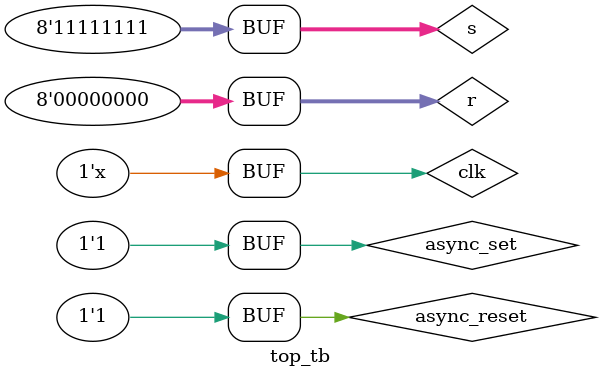
<source format=v>
module top(async_set,async_reset,clk,s,r,q,nq);
    input async_set,async_reset,clk;
    input [7:0] s, r;
    output [7:0] q, nq;
    wire [7:0] q, nq;
    wire [7:0] int_1,int_0;
    wire neg_clk;
    assign neg_clk = ~clk;
    reg_rs reg1(async_set,async_reset,clk,s,r,int_1,int_0);
    reg_rs reg2(async_set,async_reset,neg_clk,int_1,int_0,q,nq);
endmodule
module reg_rs(async_s,async_r,clk,s,r,q,nq);
    integer i = 0;
    input async_s,async_r,clk;
    input [7:0] s, r;
    output [7:0] q, nq;
    reg [7:0] q, nq;
    initial begin
        q <= 8'b1;
        nq <= 8'b0;
    end
    always @(async_s , async_r) begin
        if (! async_s) begin
           q <= 8'b1;
           nq <= 8'b0;
        end
        else if(! async_r) begin
           q <= 8'b0;
           nq <= 8'b1;
        end
        else if(!(async_s | async_r)) begin
            $display("Hazard, asynchronous reset and set can't be 0 in the same time");
        end
    end
    always @(posedge clk) begin
       for(i = 0; i < 7; i=i+1) begin
          if (r[i] == 0 & s[i] == 1)
              q[i] = 1;
          else if(r[i] == 1 & s[i] == 0)
              q[i] = 0;
          else if(r[i] == 1 & s[i] == 1)
              $display("Hazard, r and s can't be 1 in the same time");
       end   
    end
endmodule

module top_tb;
    parameter semi_per = 2;
    reg async_set,async_reset,clk;
    reg [7:0] s, r;
    wire [7:0] q, nq;
    top dut(async_set,async_reset,clk,s,r,q,nq);
    initial begin
        clk <= 0;
        async_set <= 1;
        async_reset <= 1;
        #7
        s <= 8'b 10101100;
        r <= 8'b 01010011;
        #2
        s <= 8'b 11111111;
        r <= 8'b 00000000;
        #6
        async_reset <= 0;
        #5
        async_reset <= 1;
        #7
        async_set <= 0;
        #8
        async_reset <= 0;
        #4
        async_set <= 1;
        async_reset <= 1;
        #7
        async_reset <= 0;
        #3
        async_reset <= 1;
        #10
        s <= 8'b 11000101;
        r <= 8'b 00111000;
        #8
        s <= 8'b 10101100;
        r <= 8'b 01010011;
        #8
        s <= 8'b 11111111;
        r <= 8'b 00000000;
        #7
        async_reset <= 0;
        #6
        async_reset <= 1;
    end
    always #semi_per 
    clk <= ~clk;    
endmodule
</source>
